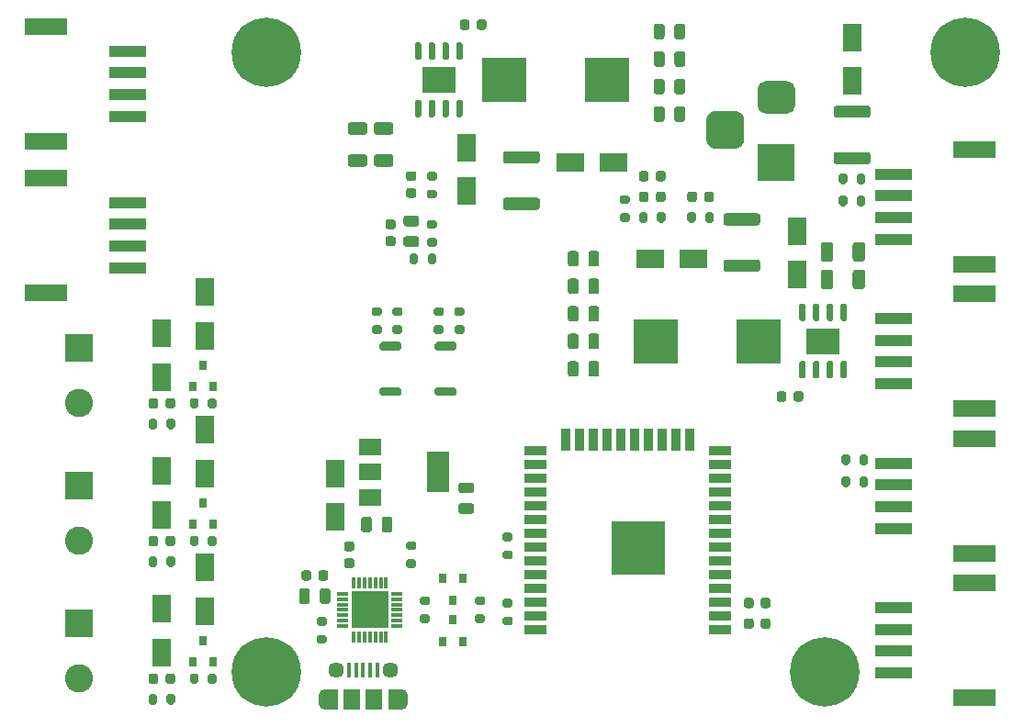
<source format=gbr>
%TF.GenerationSoftware,KiCad,Pcbnew,5.1.10-88a1d61d58~88~ubuntu20.04.1*%
%TF.CreationDate,2021-07-12T21:51:17+02:00*%
%TF.ProjectId,Tang_v1-1,54616e67-5f76-4312-9d31-2e6b69636164,rev?*%
%TF.SameCoordinates,Original*%
%TF.FileFunction,Soldermask,Top*%
%TF.FilePolarity,Negative*%
%FSLAX46Y46*%
G04 Gerber Fmt 4.6, Leading zero omitted, Abs format (unit mm)*
G04 Created by KiCad (PCBNEW 5.1.10-88a1d61d58~88~ubuntu20.04.1) date 2021-07-12 21:51:17*
%MOMM*%
%LPD*%
G01*
G04 APERTURE LIST*
%ADD10R,1.800000X2.500000*%
%ADD11R,2.500000X1.800000*%
%ADD12C,6.400000*%
%ADD13C,0.800000*%
%ADD14R,3.500000X3.500000*%
%ADD15R,1.500000X1.900000*%
%ADD16C,1.450000*%
%ADD17R,0.400000X1.350000*%
%ADD18O,1.200000X1.900000*%
%ADD19R,1.200000X1.900000*%
%ADD20R,4.000000X1.500000*%
%ADD21R,3.400000X1.000000*%
%ADD22R,2.600000X2.600000*%
%ADD23C,2.600000*%
%ADD24R,4.100000X4.100000*%
%ADD25R,0.800000X0.900000*%
%ADD26R,3.100000X2.410000*%
%ADD27R,2.000000X0.900000*%
%ADD28R,0.900000X2.000000*%
%ADD29R,5.000000X5.000000*%
%ADD30R,2.000000X3.800000*%
%ADD31R,2.000000X1.500000*%
%ADD32R,1.000000X0.300000*%
%ADD33R,0.300000X1.000000*%
%ADD34R,3.400000X3.400000*%
G04 APERTURE END LIST*
%TO.C,C6*%
G36*
G01*
X161600000Y-101350000D02*
X161600000Y-101850000D01*
G75*
G02*
X161375000Y-102075000I-225000J0D01*
G01*
X160925000Y-102075000D01*
G75*
G02*
X160700000Y-101850000I0J225000D01*
G01*
X160700000Y-101350000D01*
G75*
G02*
X160925000Y-101125000I225000J0D01*
G01*
X161375000Y-101125000D01*
G75*
G02*
X161600000Y-101350000I0J-225000D01*
G01*
G37*
G36*
G01*
X163150000Y-101350000D02*
X163150000Y-101850000D01*
G75*
G02*
X162925000Y-102075000I-225000J0D01*
G01*
X162475000Y-102075000D01*
G75*
G02*
X162250000Y-101850000I0J225000D01*
G01*
X162250000Y-101350000D01*
G75*
G02*
X162475000Y-101125000I225000J0D01*
G01*
X162925000Y-101125000D01*
G75*
G02*
X163150000Y-101350000I0J-225000D01*
G01*
G37*
%TD*%
%TO.C,C7*%
G36*
G01*
X191460000Y-136140000D02*
X191460000Y-135640000D01*
G75*
G02*
X191685000Y-135415000I225000J0D01*
G01*
X192135000Y-135415000D01*
G75*
G02*
X192360000Y-135640000I0J-225000D01*
G01*
X192360000Y-136140000D01*
G75*
G02*
X192135000Y-136365000I-225000J0D01*
G01*
X191685000Y-136365000D01*
G75*
G02*
X191460000Y-136140000I0J225000D01*
G01*
G37*
G36*
G01*
X189910000Y-136140000D02*
X189910000Y-135640000D01*
G75*
G02*
X190135000Y-135415000I225000J0D01*
G01*
X190585000Y-135415000D01*
G75*
G02*
X190810000Y-135640000I0J-225000D01*
G01*
X190810000Y-136140000D01*
G75*
G02*
X190585000Y-136365000I-225000J0D01*
G01*
X190135000Y-136365000D01*
G75*
G02*
X189910000Y-136140000I0J225000D01*
G01*
G37*
%TD*%
%TO.C,C8*%
G36*
G01*
X156460000Y-117570000D02*
X155960000Y-117570000D01*
G75*
G02*
X155735000Y-117345000I0J225000D01*
G01*
X155735000Y-116895000D01*
G75*
G02*
X155960000Y-116670000I225000J0D01*
G01*
X156460000Y-116670000D01*
G75*
G02*
X156685000Y-116895000I0J-225000D01*
G01*
X156685000Y-117345000D01*
G75*
G02*
X156460000Y-117570000I-225000J0D01*
G01*
G37*
G36*
G01*
X156460000Y-116020000D02*
X155960000Y-116020000D01*
G75*
G02*
X155735000Y-115795000I0J225000D01*
G01*
X155735000Y-115345000D01*
G75*
G02*
X155960000Y-115120000I225000J0D01*
G01*
X156460000Y-115120000D01*
G75*
G02*
X156685000Y-115345000I0J-225000D01*
G01*
X156685000Y-115795000D01*
G75*
G02*
X156460000Y-116020000I-225000J0D01*
G01*
G37*
%TD*%
%TO.C,C9*%
G36*
G01*
X183205000Y-117725000D02*
X183205000Y-117225000D01*
G75*
G02*
X183430000Y-117000000I225000J0D01*
G01*
X183880000Y-117000000D01*
G75*
G02*
X184105000Y-117225000I0J-225000D01*
G01*
X184105000Y-117725000D01*
G75*
G02*
X183880000Y-117950000I-225000J0D01*
G01*
X183430000Y-117950000D01*
G75*
G02*
X183205000Y-117725000I0J225000D01*
G01*
G37*
G36*
G01*
X181655000Y-117725000D02*
X181655000Y-117225000D01*
G75*
G02*
X181880000Y-117000000I225000J0D01*
G01*
X182330000Y-117000000D01*
G75*
G02*
X182555000Y-117225000I0J-225000D01*
G01*
X182555000Y-117725000D01*
G75*
G02*
X182330000Y-117950000I-225000J0D01*
G01*
X181880000Y-117950000D01*
G75*
G02*
X181655000Y-117725000I0J225000D01*
G01*
G37*
%TD*%
%TO.C,C10*%
G36*
G01*
X179570000Y-101760000D02*
X179570000Y-102710000D01*
G75*
G02*
X179320000Y-102960000I-250000J0D01*
G01*
X178820000Y-102960000D01*
G75*
G02*
X178570000Y-102710000I0J250000D01*
G01*
X178570000Y-101760000D01*
G75*
G02*
X178820000Y-101510000I250000J0D01*
G01*
X179320000Y-101510000D01*
G75*
G02*
X179570000Y-101760000I0J-250000D01*
G01*
G37*
G36*
G01*
X181470000Y-101760000D02*
X181470000Y-102710000D01*
G75*
G02*
X181220000Y-102960000I-250000J0D01*
G01*
X180720000Y-102960000D01*
G75*
G02*
X180470000Y-102710000I0J250000D01*
G01*
X180470000Y-101760000D01*
G75*
G02*
X180720000Y-101510000I250000J0D01*
G01*
X181220000Y-101510000D01*
G75*
G02*
X181470000Y-101760000I0J-250000D01*
G01*
G37*
%TD*%
%TO.C,C11*%
G36*
G01*
X172535000Y-123665000D02*
X172535000Y-122715000D01*
G75*
G02*
X172785000Y-122465000I250000J0D01*
G01*
X173285000Y-122465000D01*
G75*
G02*
X173535000Y-122715000I0J-250000D01*
G01*
X173535000Y-123665000D01*
G75*
G02*
X173285000Y-123915000I-250000J0D01*
G01*
X172785000Y-123915000D01*
G75*
G02*
X172535000Y-123665000I0J250000D01*
G01*
G37*
G36*
G01*
X170635000Y-123665000D02*
X170635000Y-122715000D01*
G75*
G02*
X170885000Y-122465000I250000J0D01*
G01*
X171385000Y-122465000D01*
G75*
G02*
X171635000Y-122715000I0J-250000D01*
G01*
X171635000Y-123665000D01*
G75*
G02*
X171385000Y-123915000I-250000J0D01*
G01*
X170885000Y-123915000D01*
G75*
G02*
X170635000Y-123665000I0J250000D01*
G01*
G37*
%TD*%
%TO.C,C13*%
G36*
G01*
X177210000Y-117725000D02*
X177210000Y-117225000D01*
G75*
G02*
X177435000Y-117000000I225000J0D01*
G01*
X177885000Y-117000000D01*
G75*
G02*
X178110000Y-117225000I0J-225000D01*
G01*
X178110000Y-117725000D01*
G75*
G02*
X177885000Y-117950000I-225000J0D01*
G01*
X177435000Y-117950000D01*
G75*
G02*
X177210000Y-117725000I0J225000D01*
G01*
G37*
G36*
G01*
X178760000Y-117725000D02*
X178760000Y-117225000D01*
G75*
G02*
X178985000Y-117000000I225000J0D01*
G01*
X179435000Y-117000000D01*
G75*
G02*
X179660000Y-117225000I0J-225000D01*
G01*
X179660000Y-117725000D01*
G75*
G02*
X179435000Y-117950000I-225000J0D01*
G01*
X178985000Y-117950000D01*
G75*
G02*
X178760000Y-117725000I0J225000D01*
G01*
G37*
%TD*%
%TO.C,C14*%
G36*
G01*
X181475000Y-104300000D02*
X181475000Y-105250000D01*
G75*
G02*
X181225000Y-105500000I-250000J0D01*
G01*
X180725000Y-105500000D01*
G75*
G02*
X180475000Y-105250000I0J250000D01*
G01*
X180475000Y-104300000D01*
G75*
G02*
X180725000Y-104050000I250000J0D01*
G01*
X181225000Y-104050000D01*
G75*
G02*
X181475000Y-104300000I0J-250000D01*
G01*
G37*
G36*
G01*
X179575000Y-104300000D02*
X179575000Y-105250000D01*
G75*
G02*
X179325000Y-105500000I-250000J0D01*
G01*
X178825000Y-105500000D01*
G75*
G02*
X178575000Y-105250000I0J250000D01*
G01*
X178575000Y-104300000D01*
G75*
G02*
X178825000Y-104050000I250000J0D01*
G01*
X179325000Y-104050000D01*
G75*
G02*
X179575000Y-104300000I0J-250000D01*
G01*
G37*
%TD*%
%TO.C,C15*%
G36*
G01*
X170635000Y-133825000D02*
X170635000Y-132875000D01*
G75*
G02*
X170885000Y-132625000I250000J0D01*
G01*
X171385000Y-132625000D01*
G75*
G02*
X171635000Y-132875000I0J-250000D01*
G01*
X171635000Y-133825000D01*
G75*
G02*
X171385000Y-134075000I-250000J0D01*
G01*
X170885000Y-134075000D01*
G75*
G02*
X170635000Y-133825000I0J250000D01*
G01*
G37*
G36*
G01*
X172535000Y-133825000D02*
X172535000Y-132875000D01*
G75*
G02*
X172785000Y-132625000I250000J0D01*
G01*
X173285000Y-132625000D01*
G75*
G02*
X173535000Y-132875000I0J-250000D01*
G01*
X173535000Y-133825000D01*
G75*
G02*
X173285000Y-134075000I-250000J0D01*
G01*
X172785000Y-134075000D01*
G75*
G02*
X172535000Y-133825000I0J250000D01*
G01*
G37*
%TD*%
%TO.C,C16*%
G36*
G01*
X154555000Y-120465000D02*
X154055000Y-120465000D01*
G75*
G02*
X153830000Y-120240000I0J225000D01*
G01*
X153830000Y-119790000D01*
G75*
G02*
X154055000Y-119565000I225000J0D01*
G01*
X154555000Y-119565000D01*
G75*
G02*
X154780000Y-119790000I0J-225000D01*
G01*
X154780000Y-120240000D01*
G75*
G02*
X154555000Y-120465000I-225000J0D01*
G01*
G37*
G36*
G01*
X154555000Y-122015000D02*
X154055000Y-122015000D01*
G75*
G02*
X153830000Y-121790000I0J225000D01*
G01*
X153830000Y-121340000D01*
G75*
G02*
X154055000Y-121115000I225000J0D01*
G01*
X154555000Y-121115000D01*
G75*
G02*
X154780000Y-121340000I0J-225000D01*
G01*
X154780000Y-121790000D01*
G75*
G02*
X154555000Y-122015000I-225000J0D01*
G01*
G37*
%TD*%
%TO.C,C17*%
G36*
G01*
X178760000Y-115820000D02*
X178760000Y-115320000D01*
G75*
G02*
X178985000Y-115095000I225000J0D01*
G01*
X179435000Y-115095000D01*
G75*
G02*
X179660000Y-115320000I0J-225000D01*
G01*
X179660000Y-115820000D01*
G75*
G02*
X179435000Y-116045000I-225000J0D01*
G01*
X178985000Y-116045000D01*
G75*
G02*
X178760000Y-115820000I0J225000D01*
G01*
G37*
G36*
G01*
X177210000Y-115820000D02*
X177210000Y-115320000D01*
G75*
G02*
X177435000Y-115095000I225000J0D01*
G01*
X177885000Y-115095000D01*
G75*
G02*
X178110000Y-115320000I0J-225000D01*
G01*
X178110000Y-115820000D01*
G75*
G02*
X177885000Y-116045000I-225000J0D01*
G01*
X177435000Y-116045000D01*
G75*
G02*
X177210000Y-115820000I0J225000D01*
G01*
G37*
%TD*%
%TO.C,C18*%
G36*
G01*
X179570000Y-106840000D02*
X179570000Y-107790000D01*
G75*
G02*
X179320000Y-108040000I-250000J0D01*
G01*
X178820000Y-108040000D01*
G75*
G02*
X178570000Y-107790000I0J250000D01*
G01*
X178570000Y-106840000D01*
G75*
G02*
X178820000Y-106590000I250000J0D01*
G01*
X179320000Y-106590000D01*
G75*
G02*
X179570000Y-106840000I0J-250000D01*
G01*
G37*
G36*
G01*
X181470000Y-106840000D02*
X181470000Y-107790000D01*
G75*
G02*
X181220000Y-108040000I-250000J0D01*
G01*
X180720000Y-108040000D01*
G75*
G02*
X180470000Y-107790000I0J250000D01*
G01*
X180470000Y-106840000D01*
G75*
G02*
X180720000Y-106590000I250000J0D01*
G01*
X181220000Y-106590000D01*
G75*
G02*
X181470000Y-106840000I0J-250000D01*
G01*
G37*
%TD*%
%TO.C,C19*%
G36*
G01*
X172535000Y-128745000D02*
X172535000Y-127795000D01*
G75*
G02*
X172785000Y-127545000I250000J0D01*
G01*
X173285000Y-127545000D01*
G75*
G02*
X173535000Y-127795000I0J-250000D01*
G01*
X173535000Y-128745000D01*
G75*
G02*
X173285000Y-128995000I-250000J0D01*
G01*
X172785000Y-128995000D01*
G75*
G02*
X172535000Y-128745000I0J250000D01*
G01*
G37*
G36*
G01*
X170635000Y-128745000D02*
X170635000Y-127795000D01*
G75*
G02*
X170885000Y-127545000I250000J0D01*
G01*
X171385000Y-127545000D01*
G75*
G02*
X171635000Y-127795000I0J-250000D01*
G01*
X171635000Y-128745000D01*
G75*
G02*
X171385000Y-128995000I-250000J0D01*
G01*
X170885000Y-128995000D01*
G75*
G02*
X170635000Y-128745000I0J250000D01*
G01*
G37*
%TD*%
%TO.C,C20*%
G36*
G01*
X181470000Y-109380000D02*
X181470000Y-110330000D01*
G75*
G02*
X181220000Y-110580000I-250000J0D01*
G01*
X180720000Y-110580000D01*
G75*
G02*
X180470000Y-110330000I0J250000D01*
G01*
X180470000Y-109380000D01*
G75*
G02*
X180720000Y-109130000I250000J0D01*
G01*
X181220000Y-109130000D01*
G75*
G02*
X181470000Y-109380000I0J-250000D01*
G01*
G37*
G36*
G01*
X179570000Y-109380000D02*
X179570000Y-110330000D01*
G75*
G02*
X179320000Y-110580000I-250000J0D01*
G01*
X178820000Y-110580000D01*
G75*
G02*
X178570000Y-110330000I0J250000D01*
G01*
X178570000Y-109380000D01*
G75*
G02*
X178820000Y-109130000I250000J0D01*
G01*
X179320000Y-109130000D01*
G75*
G02*
X179570000Y-109380000I0J-250000D01*
G01*
G37*
%TD*%
%TO.C,C21*%
G36*
G01*
X170635000Y-126205000D02*
X170635000Y-125255000D01*
G75*
G02*
X170885000Y-125005000I250000J0D01*
G01*
X171385000Y-125005000D01*
G75*
G02*
X171635000Y-125255000I0J-250000D01*
G01*
X171635000Y-126205000D01*
G75*
G02*
X171385000Y-126455000I-250000J0D01*
G01*
X170885000Y-126455000D01*
G75*
G02*
X170635000Y-126205000I0J250000D01*
G01*
G37*
G36*
G01*
X172535000Y-126205000D02*
X172535000Y-125255000D01*
G75*
G02*
X172785000Y-125005000I250000J0D01*
G01*
X173285000Y-125005000D01*
G75*
G02*
X173535000Y-125255000I0J-250000D01*
G01*
X173535000Y-126205000D01*
G75*
G02*
X173285000Y-126455000I-250000J0D01*
G01*
X172785000Y-126455000D01*
G75*
G02*
X172535000Y-126205000I0J250000D01*
G01*
G37*
%TD*%
%TO.C,C22*%
G36*
G01*
X170635000Y-131285000D02*
X170635000Y-130335000D01*
G75*
G02*
X170885000Y-130085000I250000J0D01*
G01*
X171385000Y-130085000D01*
G75*
G02*
X171635000Y-130335000I0J-250000D01*
G01*
X171635000Y-131285000D01*
G75*
G02*
X171385000Y-131535000I-250000J0D01*
G01*
X170885000Y-131535000D01*
G75*
G02*
X170635000Y-131285000I0J250000D01*
G01*
G37*
G36*
G01*
X172535000Y-131285000D02*
X172535000Y-130335000D01*
G75*
G02*
X172785000Y-130085000I250000J0D01*
G01*
X173285000Y-130085000D01*
G75*
G02*
X173535000Y-130335000I0J-250000D01*
G01*
X173535000Y-131285000D01*
G75*
G02*
X173285000Y-131535000I-250000J0D01*
G01*
X172785000Y-131535000D01*
G75*
G02*
X172535000Y-131285000I0J250000D01*
G01*
G37*
%TD*%
%TO.C,C24*%
G36*
G01*
X188425000Y-155190000D02*
X188425000Y-154690000D01*
G75*
G02*
X188650000Y-154465000I225000J0D01*
G01*
X189100000Y-154465000D01*
G75*
G02*
X189325000Y-154690000I0J-225000D01*
G01*
X189325000Y-155190000D01*
G75*
G02*
X189100000Y-155415000I-225000J0D01*
G01*
X188650000Y-155415000D01*
G75*
G02*
X188425000Y-155190000I0J225000D01*
G01*
G37*
G36*
G01*
X186875000Y-155190000D02*
X186875000Y-154690000D01*
G75*
G02*
X187100000Y-154465000I225000J0D01*
G01*
X187550000Y-154465000D01*
G75*
G02*
X187775000Y-154690000I0J-225000D01*
G01*
X187775000Y-155190000D01*
G75*
G02*
X187550000Y-155415000I-225000J0D01*
G01*
X187100000Y-155415000D01*
G75*
G02*
X186875000Y-155190000I0J225000D01*
G01*
G37*
%TD*%
%TO.C,C25*%
G36*
G01*
X146995000Y-152150000D02*
X146995000Y-152650000D01*
G75*
G02*
X146770000Y-152875000I-225000J0D01*
G01*
X146320000Y-152875000D01*
G75*
G02*
X146095000Y-152650000I0J225000D01*
G01*
X146095000Y-152150000D01*
G75*
G02*
X146320000Y-151925000I225000J0D01*
G01*
X146770000Y-151925000D01*
G75*
G02*
X146995000Y-152150000I0J-225000D01*
G01*
G37*
G36*
G01*
X148545000Y-152150000D02*
X148545000Y-152650000D01*
G75*
G02*
X148320000Y-152875000I-225000J0D01*
G01*
X147870000Y-152875000D01*
G75*
G02*
X147645000Y-152650000I0J225000D01*
G01*
X147645000Y-152150000D01*
G75*
G02*
X147870000Y-151925000I225000J0D01*
G01*
X148320000Y-151925000D01*
G75*
G02*
X148545000Y-152150000I0J-225000D01*
G01*
G37*
%TD*%
%TO.C,C27*%
G36*
G01*
X150245000Y-149270000D02*
X150745000Y-149270000D01*
G75*
G02*
X150970000Y-149495000I0J-225000D01*
G01*
X150970000Y-149945000D01*
G75*
G02*
X150745000Y-150170000I-225000J0D01*
G01*
X150245000Y-150170000D01*
G75*
G02*
X150020000Y-149945000I0J225000D01*
G01*
X150020000Y-149495000D01*
G75*
G02*
X150245000Y-149270000I225000J0D01*
G01*
G37*
G36*
G01*
X150245000Y-150820000D02*
X150745000Y-150820000D01*
G75*
G02*
X150970000Y-151045000I0J-225000D01*
G01*
X150970000Y-151495000D01*
G75*
G02*
X150745000Y-151720000I-225000J0D01*
G01*
X150245000Y-151720000D01*
G75*
G02*
X150020000Y-151495000I0J225000D01*
G01*
X150020000Y-151045000D01*
G75*
G02*
X150245000Y-150820000I225000J0D01*
G01*
G37*
%TD*%
D10*
%TO.C,D1*%
X196850000Y-102775000D03*
X196850000Y-106775000D03*
%TD*%
%TO.C,D2*%
X161290000Y-112935000D03*
X161290000Y-116935000D03*
%TD*%
%TO.C,D3*%
X191770000Y-120650000D03*
X191770000Y-124650000D03*
%TD*%
D11*
%TO.C,D4*%
X174879000Y-114300000D03*
X170879000Y-114300000D03*
%TD*%
%TO.C,D5*%
X182245000Y-123190000D03*
X178245000Y-123190000D03*
%TD*%
D10*
%TO.C,D6*%
X149225000Y-142970000D03*
X149225000Y-146970000D03*
%TD*%
%TO.C,D7*%
X137160000Y-138970000D03*
X137160000Y-142970000D03*
%TD*%
%TO.C,D8*%
X137160000Y-151670000D03*
X137160000Y-155670000D03*
%TD*%
%TO.C,D9*%
X137160000Y-130270000D03*
X137160000Y-126270000D03*
%TD*%
%TO.C,D10*%
G36*
G01*
X131998000Y-149481250D02*
X131998000Y-148968750D01*
G75*
G02*
X132216750Y-148750000I218750J0D01*
G01*
X132654250Y-148750000D01*
G75*
G02*
X132873000Y-148968750I0J-218750D01*
G01*
X132873000Y-149481250D01*
G75*
G02*
X132654250Y-149700000I-218750J0D01*
G01*
X132216750Y-149700000D01*
G75*
G02*
X131998000Y-149481250I0J218750D01*
G01*
G37*
G36*
G01*
X133573000Y-149481250D02*
X133573000Y-148968750D01*
G75*
G02*
X133791750Y-148750000I218750J0D01*
G01*
X134229250Y-148750000D01*
G75*
G02*
X134448000Y-148968750I0J-218750D01*
G01*
X134448000Y-149481250D01*
G75*
G02*
X134229250Y-149700000I-218750J0D01*
G01*
X133791750Y-149700000D01*
G75*
G02*
X133573000Y-149481250I0J218750D01*
G01*
G37*
%TD*%
%TO.C,D11*%
G36*
G01*
X133573000Y-162181250D02*
X133573000Y-161668750D01*
G75*
G02*
X133791750Y-161450000I218750J0D01*
G01*
X134229250Y-161450000D01*
G75*
G02*
X134448000Y-161668750I0J-218750D01*
G01*
X134448000Y-162181250D01*
G75*
G02*
X134229250Y-162400000I-218750J0D01*
G01*
X133791750Y-162400000D01*
G75*
G02*
X133573000Y-162181250I0J218750D01*
G01*
G37*
G36*
G01*
X131998000Y-162181250D02*
X131998000Y-161668750D01*
G75*
G02*
X132216750Y-161450000I218750J0D01*
G01*
X132654250Y-161450000D01*
G75*
G02*
X132873000Y-161668750I0J-218750D01*
G01*
X132873000Y-162181250D01*
G75*
G02*
X132654250Y-162400000I-218750J0D01*
G01*
X132216750Y-162400000D01*
G75*
G02*
X131998000Y-162181250I0J218750D01*
G01*
G37*
%TD*%
%TO.C,D12*%
G36*
G01*
X131998000Y-136781250D02*
X131998000Y-136268750D01*
G75*
G02*
X132216750Y-136050000I218750J0D01*
G01*
X132654250Y-136050000D01*
G75*
G02*
X132873000Y-136268750I0J-218750D01*
G01*
X132873000Y-136781250D01*
G75*
G02*
X132654250Y-137000000I-218750J0D01*
G01*
X132216750Y-137000000D01*
G75*
G02*
X131998000Y-136781250I0J218750D01*
G01*
G37*
G36*
G01*
X133573000Y-136781250D02*
X133573000Y-136268750D01*
G75*
G02*
X133791750Y-136050000I218750J0D01*
G01*
X134229250Y-136050000D01*
G75*
G02*
X134448000Y-136268750I0J-218750D01*
G01*
X134448000Y-136781250D01*
G75*
G02*
X134229250Y-137000000I-218750J0D01*
G01*
X133791750Y-137000000D01*
G75*
G02*
X133573000Y-136781250I0J218750D01*
G01*
G37*
%TD*%
%TO.C,D13*%
X133223000Y-142780000D03*
X133223000Y-146780000D03*
%TD*%
%TO.C,D14*%
X133223000Y-159480000D03*
X133223000Y-155480000D03*
%TD*%
%TO.C,D15*%
X133223000Y-134080000D03*
X133223000Y-130080000D03*
%TD*%
%TO.C,F1*%
G36*
G01*
X195399999Y-109060000D02*
X198300001Y-109060000D01*
G75*
G02*
X198550000Y-109309999I0J-249999D01*
G01*
X198550000Y-109935001D01*
G75*
G02*
X198300001Y-110185000I-249999J0D01*
G01*
X195399999Y-110185000D01*
G75*
G02*
X195150000Y-109935001I0J249999D01*
G01*
X195150000Y-109309999D01*
G75*
G02*
X195399999Y-109060000I249999J0D01*
G01*
G37*
G36*
G01*
X195399999Y-113335000D02*
X198300001Y-113335000D01*
G75*
G02*
X198550000Y-113584999I0J-249999D01*
G01*
X198550000Y-114210001D01*
G75*
G02*
X198300001Y-114460000I-249999J0D01*
G01*
X195399999Y-114460000D01*
G75*
G02*
X195150000Y-114210001I0J249999D01*
G01*
X195150000Y-113584999D01*
G75*
G02*
X195399999Y-113335000I249999J0D01*
G01*
G37*
%TD*%
%TO.C,F2*%
G36*
G01*
X167820001Y-118672500D02*
X164919999Y-118672500D01*
G75*
G02*
X164670000Y-118422501I0J249999D01*
G01*
X164670000Y-117797499D01*
G75*
G02*
X164919999Y-117547500I249999J0D01*
G01*
X167820001Y-117547500D01*
G75*
G02*
X168070000Y-117797499I0J-249999D01*
G01*
X168070000Y-118422501D01*
G75*
G02*
X167820001Y-118672500I-249999J0D01*
G01*
G37*
G36*
G01*
X167820001Y-114397500D02*
X164919999Y-114397500D01*
G75*
G02*
X164670000Y-114147501I0J249999D01*
G01*
X164670000Y-113522499D01*
G75*
G02*
X164919999Y-113272500I249999J0D01*
G01*
X167820001Y-113272500D01*
G75*
G02*
X168070000Y-113522499I0J-249999D01*
G01*
X168070000Y-114147501D01*
G75*
G02*
X167820001Y-114397500I-249999J0D01*
G01*
G37*
%TD*%
%TO.C,F3*%
G36*
G01*
X185239999Y-123262500D02*
X188140001Y-123262500D01*
G75*
G02*
X188390000Y-123512499I0J-249999D01*
G01*
X188390000Y-124137501D01*
G75*
G02*
X188140001Y-124387500I-249999J0D01*
G01*
X185239999Y-124387500D01*
G75*
G02*
X184990000Y-124137501I0J249999D01*
G01*
X184990000Y-123512499D01*
G75*
G02*
X185239999Y-123262500I249999J0D01*
G01*
G37*
G36*
G01*
X185239999Y-118987500D02*
X188140001Y-118987500D01*
G75*
G02*
X188390000Y-119237499I0J-249999D01*
G01*
X188390000Y-119862501D01*
G75*
G02*
X188140001Y-120112500I-249999J0D01*
G01*
X185239999Y-120112500D01*
G75*
G02*
X184990000Y-119862501I0J249999D01*
G01*
X184990000Y-119237499D01*
G75*
G02*
X185239999Y-118987500I249999J0D01*
G01*
G37*
%TD*%
D12*
%TO.C,H1*%
X142875000Y-104140000D03*
D13*
X145275000Y-104140000D03*
X144572056Y-105837056D03*
X142875000Y-106540000D03*
X141177944Y-105837056D03*
X140475000Y-104140000D03*
X141177944Y-102442944D03*
X142875000Y-101740000D03*
X144572056Y-102442944D03*
%TD*%
%TO.C,H2*%
X208961056Y-102442944D03*
X207264000Y-101740000D03*
X205566944Y-102442944D03*
X204864000Y-104140000D03*
X205566944Y-105837056D03*
X207264000Y-106540000D03*
X208961056Y-105837056D03*
X209664000Y-104140000D03*
D12*
X207264000Y-104140000D03*
%TD*%
%TO.C,H3*%
X142875000Y-161290000D03*
D13*
X145275000Y-161290000D03*
X144572056Y-162987056D03*
X142875000Y-163690000D03*
X141177944Y-162987056D03*
X140475000Y-161290000D03*
X141177944Y-159592944D03*
X142875000Y-158890000D03*
X144572056Y-159592944D03*
%TD*%
%TO.C,H4*%
X196007056Y-159592944D03*
X194310000Y-158890000D03*
X192612944Y-159592944D03*
X191910000Y-161290000D03*
X192612944Y-162987056D03*
X194310000Y-163690000D03*
X196007056Y-162987056D03*
X196710000Y-161290000D03*
D12*
X194310000Y-161290000D03*
%TD*%
D14*
%TO.C,J1*%
X189865000Y-114300000D03*
G36*
G01*
X188865000Y-106800000D02*
X190865000Y-106800000D01*
G75*
G02*
X191615000Y-107550000I0J-750000D01*
G01*
X191615000Y-109050000D01*
G75*
G02*
X190865000Y-109800000I-750000J0D01*
G01*
X188865000Y-109800000D01*
G75*
G02*
X188115000Y-109050000I0J750000D01*
G01*
X188115000Y-107550000D01*
G75*
G02*
X188865000Y-106800000I750000J0D01*
G01*
G37*
G36*
G01*
X184290000Y-109550000D02*
X186040000Y-109550000D01*
G75*
G02*
X186915000Y-110425000I0J-875000D01*
G01*
X186915000Y-112175000D01*
G75*
G02*
X186040000Y-113050000I-875000J0D01*
G01*
X184290000Y-113050000D01*
G75*
G02*
X183415000Y-112175000I0J875000D01*
G01*
X183415000Y-110425000D01*
G75*
G02*
X184290000Y-109550000I875000J0D01*
G01*
G37*
%TD*%
D15*
%TO.C,J2*%
X152765000Y-163830000D03*
D16*
X149265000Y-161130000D03*
D17*
X151115000Y-161130000D03*
X150465000Y-161130000D03*
X153065000Y-161130000D03*
X152415000Y-161130000D03*
X151765000Y-161130000D03*
D16*
X154265000Y-161130000D03*
D15*
X150765000Y-163830000D03*
D18*
X148265000Y-163830000D03*
X155265000Y-163830000D03*
D19*
X154665000Y-163830000D03*
X148865000Y-163830000D03*
%TD*%
D20*
%TO.C,J3*%
X208160000Y-113080000D03*
X208160000Y-123680000D03*
D21*
X200660000Y-115380000D03*
X200660000Y-117380000D03*
X200660000Y-119380000D03*
X200660000Y-121380000D03*
%TD*%
D20*
%TO.C,J4*%
X208160000Y-126415000D03*
X208160000Y-137015000D03*
D21*
X200660000Y-128715000D03*
X200660000Y-130715000D03*
X200660000Y-132715000D03*
X200660000Y-134715000D03*
%TD*%
D20*
%TO.C,J5*%
X122548000Y-112345000D03*
X122548000Y-101745000D03*
D21*
X130048000Y-110045000D03*
X130048000Y-108045000D03*
X130048000Y-106045000D03*
X130048000Y-104045000D03*
%TD*%
D22*
%TO.C,J6*%
X125603000Y-144145000D03*
D23*
X125603000Y-149225000D03*
%TD*%
D21*
%TO.C,J7*%
X130048000Y-118015000D03*
X130048000Y-120015000D03*
X130048000Y-122015000D03*
X130048000Y-124015000D03*
D20*
X122548000Y-115715000D03*
X122548000Y-126315000D03*
%TD*%
D21*
%TO.C,J8*%
X200660000Y-148050000D03*
X200660000Y-146050000D03*
X200660000Y-144050000D03*
X200660000Y-142050000D03*
D20*
X208160000Y-150350000D03*
X208160000Y-139750000D03*
%TD*%
D21*
%TO.C,J9*%
X200660000Y-161385000D03*
X200660000Y-159385000D03*
X200660000Y-157385000D03*
X200660000Y-155385000D03*
D20*
X208160000Y-163685000D03*
X208160000Y-153085000D03*
%TD*%
D23*
%TO.C,J10*%
X125603000Y-161925000D03*
D22*
X125603000Y-156845000D03*
%TD*%
%TO.C,J11*%
X125603000Y-131445000D03*
D23*
X125603000Y-136525000D03*
%TD*%
D24*
%TO.C,L1*%
X174295000Y-106680000D03*
X164795000Y-106680000D03*
%TD*%
%TO.C,L2*%
X188265000Y-130810000D03*
X178765000Y-130810000D03*
%TD*%
D25*
%TO.C,Q3*%
X136083000Y-147685000D03*
X137983000Y-147685000D03*
X137033000Y-145685000D03*
%TD*%
%TO.C,Q4*%
X137033000Y-158385000D03*
X137983000Y-160385000D03*
X136083000Y-160385000D03*
%TD*%
%TO.C,Q5*%
X136083000Y-134985000D03*
X137983000Y-134985000D03*
X137033000Y-132985000D03*
%TD*%
%TO.C,R1*%
G36*
G01*
X157840000Y-116820000D02*
X158390000Y-116820000D01*
G75*
G02*
X158590000Y-117020000I0J-200000D01*
G01*
X158590000Y-117420000D01*
G75*
G02*
X158390000Y-117620000I-200000J0D01*
G01*
X157840000Y-117620000D01*
G75*
G02*
X157640000Y-117420000I0J200000D01*
G01*
X157640000Y-117020000D01*
G75*
G02*
X157840000Y-116820000I200000J0D01*
G01*
G37*
G36*
G01*
X157840000Y-115170000D02*
X158390000Y-115170000D01*
G75*
G02*
X158590000Y-115370000I0J-200000D01*
G01*
X158590000Y-115770000D01*
G75*
G02*
X158390000Y-115970000I-200000J0D01*
G01*
X157840000Y-115970000D01*
G75*
G02*
X157640000Y-115770000I0J200000D01*
G01*
X157640000Y-115370000D01*
G75*
G02*
X157840000Y-115170000I200000J0D01*
G01*
G37*
%TD*%
%TO.C,R2*%
G36*
G01*
X157840000Y-119615000D02*
X158390000Y-119615000D01*
G75*
G02*
X158590000Y-119815000I0J-200000D01*
G01*
X158590000Y-120215000D01*
G75*
G02*
X158390000Y-120415000I-200000J0D01*
G01*
X157840000Y-120415000D01*
G75*
G02*
X157640000Y-120215000I0J200000D01*
G01*
X157640000Y-119815000D01*
G75*
G02*
X157840000Y-119615000I200000J0D01*
G01*
G37*
G36*
G01*
X157840000Y-121265000D02*
X158390000Y-121265000D01*
G75*
G02*
X158590000Y-121465000I0J-200000D01*
G01*
X158590000Y-121865000D01*
G75*
G02*
X158390000Y-122065000I-200000J0D01*
G01*
X157840000Y-122065000D01*
G75*
G02*
X157640000Y-121865000I0J200000D01*
G01*
X157640000Y-121465000D01*
G75*
G02*
X157840000Y-121265000I200000J0D01*
G01*
G37*
%TD*%
%TO.C,R3*%
G36*
G01*
X182455000Y-119105000D02*
X182455000Y-119655000D01*
G75*
G02*
X182255000Y-119855000I-200000J0D01*
G01*
X181855000Y-119855000D01*
G75*
G02*
X181655000Y-119655000I0J200000D01*
G01*
X181655000Y-119105000D01*
G75*
G02*
X181855000Y-118905000I200000J0D01*
G01*
X182255000Y-118905000D01*
G75*
G02*
X182455000Y-119105000I0J-200000D01*
G01*
G37*
G36*
G01*
X184105000Y-119105000D02*
X184105000Y-119655000D01*
G75*
G02*
X183905000Y-119855000I-200000J0D01*
G01*
X183505000Y-119855000D01*
G75*
G02*
X183305000Y-119655000I0J200000D01*
G01*
X183305000Y-119105000D01*
G75*
G02*
X183505000Y-118905000I200000J0D01*
G01*
X183905000Y-118905000D01*
G75*
G02*
X184105000Y-119105000I0J-200000D01*
G01*
G37*
%TD*%
%TO.C,R4*%
G36*
G01*
X179660000Y-119105000D02*
X179660000Y-119655000D01*
G75*
G02*
X179460000Y-119855000I-200000J0D01*
G01*
X179060000Y-119855000D01*
G75*
G02*
X178860000Y-119655000I0J200000D01*
G01*
X178860000Y-119105000D01*
G75*
G02*
X179060000Y-118905000I200000J0D01*
G01*
X179460000Y-118905000D01*
G75*
G02*
X179660000Y-119105000I0J-200000D01*
G01*
G37*
G36*
G01*
X178010000Y-119105000D02*
X178010000Y-119655000D01*
G75*
G02*
X177810000Y-119855000I-200000J0D01*
G01*
X177410000Y-119855000D01*
G75*
G02*
X177210000Y-119655000I0J200000D01*
G01*
X177210000Y-119105000D01*
G75*
G02*
X177410000Y-118905000I200000J0D01*
G01*
X177810000Y-118905000D01*
G75*
G02*
X178010000Y-119105000I0J-200000D01*
G01*
G37*
%TD*%
%TO.C,R5*%
G36*
G01*
X175620000Y-118980000D02*
X176170000Y-118980000D01*
G75*
G02*
X176370000Y-119180000I0J-200000D01*
G01*
X176370000Y-119580000D01*
G75*
G02*
X176170000Y-119780000I-200000J0D01*
G01*
X175620000Y-119780000D01*
G75*
G02*
X175420000Y-119580000I0J200000D01*
G01*
X175420000Y-119180000D01*
G75*
G02*
X175620000Y-118980000I200000J0D01*
G01*
G37*
G36*
G01*
X175620000Y-117330000D02*
X176170000Y-117330000D01*
G75*
G02*
X176370000Y-117530000I0J-200000D01*
G01*
X176370000Y-117930000D01*
G75*
G02*
X176170000Y-118130000I-200000J0D01*
G01*
X175620000Y-118130000D01*
G75*
G02*
X175420000Y-117930000I0J200000D01*
G01*
X175420000Y-117530000D01*
G75*
G02*
X175620000Y-117330000I200000J0D01*
G01*
G37*
%TD*%
%TO.C,R6*%
G36*
G01*
X153310000Y-130130000D02*
X152760000Y-130130000D01*
G75*
G02*
X152560000Y-129930000I0J200000D01*
G01*
X152560000Y-129530000D01*
G75*
G02*
X152760000Y-129330000I200000J0D01*
G01*
X153310000Y-129330000D01*
G75*
G02*
X153510000Y-129530000I0J-200000D01*
G01*
X153510000Y-129930000D01*
G75*
G02*
X153310000Y-130130000I-200000J0D01*
G01*
G37*
G36*
G01*
X153310000Y-128480000D02*
X152760000Y-128480000D01*
G75*
G02*
X152560000Y-128280000I0J200000D01*
G01*
X152560000Y-127880000D01*
G75*
G02*
X152760000Y-127680000I200000J0D01*
G01*
X153310000Y-127680000D01*
G75*
G02*
X153510000Y-127880000I0J-200000D01*
G01*
X153510000Y-128280000D01*
G75*
G02*
X153310000Y-128480000I-200000J0D01*
G01*
G37*
%TD*%
%TO.C,R7*%
G36*
G01*
X159025000Y-130130000D02*
X158475000Y-130130000D01*
G75*
G02*
X158275000Y-129930000I0J200000D01*
G01*
X158275000Y-129530000D01*
G75*
G02*
X158475000Y-129330000I200000J0D01*
G01*
X159025000Y-129330000D01*
G75*
G02*
X159225000Y-129530000I0J-200000D01*
G01*
X159225000Y-129930000D01*
G75*
G02*
X159025000Y-130130000I-200000J0D01*
G01*
G37*
G36*
G01*
X159025000Y-128480000D02*
X158475000Y-128480000D01*
G75*
G02*
X158275000Y-128280000I0J200000D01*
G01*
X158275000Y-127880000D01*
G75*
G02*
X158475000Y-127680000I200000J0D01*
G01*
X159025000Y-127680000D01*
G75*
G02*
X159225000Y-127880000I0J-200000D01*
G01*
X159225000Y-128280000D01*
G75*
G02*
X159025000Y-128480000I-200000J0D01*
G01*
G37*
%TD*%
%TO.C,R8*%
G36*
G01*
X162835000Y-156800000D02*
X162285000Y-156800000D01*
G75*
G02*
X162085000Y-156600000I0J200000D01*
G01*
X162085000Y-156200000D01*
G75*
G02*
X162285000Y-156000000I200000J0D01*
G01*
X162835000Y-156000000D01*
G75*
G02*
X163035000Y-156200000I0J-200000D01*
G01*
X163035000Y-156600000D01*
G75*
G02*
X162835000Y-156800000I-200000J0D01*
G01*
G37*
G36*
G01*
X162835000Y-155150000D02*
X162285000Y-155150000D01*
G75*
G02*
X162085000Y-154950000I0J200000D01*
G01*
X162085000Y-154550000D01*
G75*
G02*
X162285000Y-154350000I200000J0D01*
G01*
X162835000Y-154350000D01*
G75*
G02*
X163035000Y-154550000I0J-200000D01*
G01*
X163035000Y-154950000D01*
G75*
G02*
X162835000Y-155150000I-200000J0D01*
G01*
G37*
%TD*%
%TO.C,R9*%
G36*
G01*
X157205000Y-156000000D02*
X157755000Y-156000000D01*
G75*
G02*
X157955000Y-156200000I0J-200000D01*
G01*
X157955000Y-156600000D01*
G75*
G02*
X157755000Y-156800000I-200000J0D01*
G01*
X157205000Y-156800000D01*
G75*
G02*
X157005000Y-156600000I0J200000D01*
G01*
X157005000Y-156200000D01*
G75*
G02*
X157205000Y-156000000I200000J0D01*
G01*
G37*
G36*
G01*
X157205000Y-154350000D02*
X157755000Y-154350000D01*
G75*
G02*
X157955000Y-154550000I0J-200000D01*
G01*
X157955000Y-154950000D01*
G75*
G02*
X157755000Y-155150000I-200000J0D01*
G01*
X157205000Y-155150000D01*
G75*
G02*
X157005000Y-154950000I0J200000D01*
G01*
X157005000Y-154550000D01*
G75*
G02*
X157205000Y-154350000I200000J0D01*
G01*
G37*
%TD*%
%TO.C,R10*%
G36*
G01*
X154665000Y-129330000D02*
X155215000Y-129330000D01*
G75*
G02*
X155415000Y-129530000I0J-200000D01*
G01*
X155415000Y-129930000D01*
G75*
G02*
X155215000Y-130130000I-200000J0D01*
G01*
X154665000Y-130130000D01*
G75*
G02*
X154465000Y-129930000I0J200000D01*
G01*
X154465000Y-129530000D01*
G75*
G02*
X154665000Y-129330000I200000J0D01*
G01*
G37*
G36*
G01*
X154665000Y-127680000D02*
X155215000Y-127680000D01*
G75*
G02*
X155415000Y-127880000I0J-200000D01*
G01*
X155415000Y-128280000D01*
G75*
G02*
X155215000Y-128480000I-200000J0D01*
G01*
X154665000Y-128480000D01*
G75*
G02*
X154465000Y-128280000I0J200000D01*
G01*
X154465000Y-127880000D01*
G75*
G02*
X154665000Y-127680000I200000J0D01*
G01*
G37*
%TD*%
%TO.C,R11*%
G36*
G01*
X160380000Y-129330000D02*
X160930000Y-129330000D01*
G75*
G02*
X161130000Y-129530000I0J-200000D01*
G01*
X161130000Y-129930000D01*
G75*
G02*
X160930000Y-130130000I-200000J0D01*
G01*
X160380000Y-130130000D01*
G75*
G02*
X160180000Y-129930000I0J200000D01*
G01*
X160180000Y-129530000D01*
G75*
G02*
X160380000Y-129330000I200000J0D01*
G01*
G37*
G36*
G01*
X160380000Y-127680000D02*
X160930000Y-127680000D01*
G75*
G02*
X161130000Y-127880000I0J-200000D01*
G01*
X161130000Y-128280000D01*
G75*
G02*
X160930000Y-128480000I-200000J0D01*
G01*
X160380000Y-128480000D01*
G75*
G02*
X160180000Y-128280000I0J200000D01*
G01*
X160180000Y-127880000D01*
G75*
G02*
X160380000Y-127680000I200000J0D01*
G01*
G37*
%TD*%
%TO.C,R12*%
G36*
G01*
X147680000Y-156255000D02*
X148230000Y-156255000D01*
G75*
G02*
X148430000Y-156455000I0J-200000D01*
G01*
X148430000Y-156855000D01*
G75*
G02*
X148230000Y-157055000I-200000J0D01*
G01*
X147680000Y-157055000D01*
G75*
G02*
X147480000Y-156855000I0J200000D01*
G01*
X147480000Y-156455000D01*
G75*
G02*
X147680000Y-156255000I200000J0D01*
G01*
G37*
G36*
G01*
X147680000Y-157905000D02*
X148230000Y-157905000D01*
G75*
G02*
X148430000Y-158105000I0J-200000D01*
G01*
X148430000Y-158505000D01*
G75*
G02*
X148230000Y-158705000I-200000J0D01*
G01*
X147680000Y-158705000D01*
G75*
G02*
X147480000Y-158505000I0J200000D01*
G01*
X147480000Y-158105000D01*
G75*
G02*
X147680000Y-157905000I200000J0D01*
G01*
G37*
%TD*%
%TO.C,R13*%
G36*
G01*
X156485000Y-150070000D02*
X155935000Y-150070000D01*
G75*
G02*
X155735000Y-149870000I0J200000D01*
G01*
X155735000Y-149470000D01*
G75*
G02*
X155935000Y-149270000I200000J0D01*
G01*
X156485000Y-149270000D01*
G75*
G02*
X156685000Y-149470000I0J-200000D01*
G01*
X156685000Y-149870000D01*
G75*
G02*
X156485000Y-150070000I-200000J0D01*
G01*
G37*
G36*
G01*
X156485000Y-151720000D02*
X155935000Y-151720000D01*
G75*
G02*
X155735000Y-151520000I0J200000D01*
G01*
X155735000Y-151120000D01*
G75*
G02*
X155935000Y-150920000I200000J0D01*
G01*
X156485000Y-150920000D01*
G75*
G02*
X156685000Y-151120000I0J-200000D01*
G01*
X156685000Y-151520000D01*
G75*
G02*
X156485000Y-151720000I-200000J0D01*
G01*
G37*
%TD*%
%TO.C,R14*%
G36*
G01*
X195625000Y-116099000D02*
X195625000Y-115549000D01*
G75*
G02*
X195825000Y-115349000I200000J0D01*
G01*
X196225000Y-115349000D01*
G75*
G02*
X196425000Y-115549000I0J-200000D01*
G01*
X196425000Y-116099000D01*
G75*
G02*
X196225000Y-116299000I-200000J0D01*
G01*
X195825000Y-116299000D01*
G75*
G02*
X195625000Y-116099000I0J200000D01*
G01*
G37*
G36*
G01*
X197275000Y-116099000D02*
X197275000Y-115549000D01*
G75*
G02*
X197475000Y-115349000I200000J0D01*
G01*
X197875000Y-115349000D01*
G75*
G02*
X198075000Y-115549000I0J-200000D01*
G01*
X198075000Y-116099000D01*
G75*
G02*
X197875000Y-116299000I-200000J0D01*
G01*
X197475000Y-116299000D01*
G75*
G02*
X197275000Y-116099000I0J200000D01*
G01*
G37*
%TD*%
%TO.C,R15*%
G36*
G01*
X197275000Y-118131000D02*
X197275000Y-117581000D01*
G75*
G02*
X197475000Y-117381000I200000J0D01*
G01*
X197875000Y-117381000D01*
G75*
G02*
X198075000Y-117581000I0J-200000D01*
G01*
X198075000Y-118131000D01*
G75*
G02*
X197875000Y-118331000I-200000J0D01*
G01*
X197475000Y-118331000D01*
G75*
G02*
X197275000Y-118131000I0J200000D01*
G01*
G37*
G36*
G01*
X195625000Y-118131000D02*
X195625000Y-117581000D01*
G75*
G02*
X195825000Y-117381000I200000J0D01*
G01*
X196225000Y-117381000D01*
G75*
G02*
X196425000Y-117581000I0J-200000D01*
G01*
X196425000Y-118131000D01*
G75*
G02*
X196225000Y-118331000I-200000J0D01*
G01*
X195825000Y-118331000D01*
G75*
G02*
X195625000Y-118131000I0J200000D01*
G01*
G37*
%TD*%
%TO.C,R16*%
G36*
G01*
X195879000Y-142007000D02*
X195879000Y-141457000D01*
G75*
G02*
X196079000Y-141257000I200000J0D01*
G01*
X196479000Y-141257000D01*
G75*
G02*
X196679000Y-141457000I0J-200000D01*
G01*
X196679000Y-142007000D01*
G75*
G02*
X196479000Y-142207000I-200000J0D01*
G01*
X196079000Y-142207000D01*
G75*
G02*
X195879000Y-142007000I0J200000D01*
G01*
G37*
G36*
G01*
X197529000Y-142007000D02*
X197529000Y-141457000D01*
G75*
G02*
X197729000Y-141257000I200000J0D01*
G01*
X198129000Y-141257000D01*
G75*
G02*
X198329000Y-141457000I0J-200000D01*
G01*
X198329000Y-142007000D01*
G75*
G02*
X198129000Y-142207000I-200000J0D01*
G01*
X197729000Y-142207000D01*
G75*
G02*
X197529000Y-142007000I0J200000D01*
G01*
G37*
%TD*%
%TO.C,R17*%
G36*
G01*
X197529000Y-144039000D02*
X197529000Y-143489000D01*
G75*
G02*
X197729000Y-143289000I200000J0D01*
G01*
X198129000Y-143289000D01*
G75*
G02*
X198329000Y-143489000I0J-200000D01*
G01*
X198329000Y-144039000D01*
G75*
G02*
X198129000Y-144239000I-200000J0D01*
G01*
X197729000Y-144239000D01*
G75*
G02*
X197529000Y-144039000I0J200000D01*
G01*
G37*
G36*
G01*
X195879000Y-144039000D02*
X195879000Y-143489000D01*
G75*
G02*
X196079000Y-143289000I200000J0D01*
G01*
X196479000Y-143289000D01*
G75*
G02*
X196679000Y-143489000I0J-200000D01*
G01*
X196679000Y-144039000D01*
G75*
G02*
X196479000Y-144239000I-200000J0D01*
G01*
X196079000Y-144239000D01*
G75*
G02*
X195879000Y-144039000I0J200000D01*
G01*
G37*
%TD*%
%TO.C,R18*%
G36*
G01*
X165375000Y-149245000D02*
X164825000Y-149245000D01*
G75*
G02*
X164625000Y-149045000I0J200000D01*
G01*
X164625000Y-148645000D01*
G75*
G02*
X164825000Y-148445000I200000J0D01*
G01*
X165375000Y-148445000D01*
G75*
G02*
X165575000Y-148645000I0J-200000D01*
G01*
X165575000Y-149045000D01*
G75*
G02*
X165375000Y-149245000I-200000J0D01*
G01*
G37*
G36*
G01*
X165375000Y-150895000D02*
X164825000Y-150895000D01*
G75*
G02*
X164625000Y-150695000I0J200000D01*
G01*
X164625000Y-150295000D01*
G75*
G02*
X164825000Y-150095000I200000J0D01*
G01*
X165375000Y-150095000D01*
G75*
G02*
X165575000Y-150295000I0J-200000D01*
G01*
X165575000Y-150695000D01*
G75*
G02*
X165375000Y-150895000I-200000J0D01*
G01*
G37*
%TD*%
%TO.C,R19*%
G36*
G01*
X164825000Y-156190000D02*
X165375000Y-156190000D01*
G75*
G02*
X165575000Y-156390000I0J-200000D01*
G01*
X165575000Y-156790000D01*
G75*
G02*
X165375000Y-156990000I-200000J0D01*
G01*
X164825000Y-156990000D01*
G75*
G02*
X164625000Y-156790000I0J200000D01*
G01*
X164625000Y-156390000D01*
G75*
G02*
X164825000Y-156190000I200000J0D01*
G01*
G37*
G36*
G01*
X164825000Y-154540000D02*
X165375000Y-154540000D01*
G75*
G02*
X165575000Y-154740000I0J-200000D01*
G01*
X165575000Y-155140000D01*
G75*
G02*
X165375000Y-155340000I-200000J0D01*
G01*
X164825000Y-155340000D01*
G75*
G02*
X164625000Y-155140000I0J200000D01*
G01*
X164625000Y-154740000D01*
G75*
G02*
X164825000Y-154540000I200000J0D01*
G01*
G37*
%TD*%
%TO.C,R20*%
G36*
G01*
X135808000Y-149500000D02*
X135808000Y-148950000D01*
G75*
G02*
X136008000Y-148750000I200000J0D01*
G01*
X136408000Y-148750000D01*
G75*
G02*
X136608000Y-148950000I0J-200000D01*
G01*
X136608000Y-149500000D01*
G75*
G02*
X136408000Y-149700000I-200000J0D01*
G01*
X136008000Y-149700000D01*
G75*
G02*
X135808000Y-149500000I0J200000D01*
G01*
G37*
G36*
G01*
X137458000Y-149500000D02*
X137458000Y-148950000D01*
G75*
G02*
X137658000Y-148750000I200000J0D01*
G01*
X138058000Y-148750000D01*
G75*
G02*
X138258000Y-148950000I0J-200000D01*
G01*
X138258000Y-149500000D01*
G75*
G02*
X138058000Y-149700000I-200000J0D01*
G01*
X137658000Y-149700000D01*
G75*
G02*
X137458000Y-149500000I0J200000D01*
G01*
G37*
%TD*%
%TO.C,R21*%
G36*
G01*
X137458000Y-162200000D02*
X137458000Y-161650000D01*
G75*
G02*
X137658000Y-161450000I200000J0D01*
G01*
X138058000Y-161450000D01*
G75*
G02*
X138258000Y-161650000I0J-200000D01*
G01*
X138258000Y-162200000D01*
G75*
G02*
X138058000Y-162400000I-200000J0D01*
G01*
X137658000Y-162400000D01*
G75*
G02*
X137458000Y-162200000I0J200000D01*
G01*
G37*
G36*
G01*
X135808000Y-162200000D02*
X135808000Y-161650000D01*
G75*
G02*
X136008000Y-161450000I200000J0D01*
G01*
X136408000Y-161450000D01*
G75*
G02*
X136608000Y-161650000I0J-200000D01*
G01*
X136608000Y-162200000D01*
G75*
G02*
X136408000Y-162400000I-200000J0D01*
G01*
X136008000Y-162400000D01*
G75*
G02*
X135808000Y-162200000I0J200000D01*
G01*
G37*
%TD*%
%TO.C,R22*%
G36*
G01*
X135808000Y-136800000D02*
X135808000Y-136250000D01*
G75*
G02*
X136008000Y-136050000I200000J0D01*
G01*
X136408000Y-136050000D01*
G75*
G02*
X136608000Y-136250000I0J-200000D01*
G01*
X136608000Y-136800000D01*
G75*
G02*
X136408000Y-137000000I-200000J0D01*
G01*
X136008000Y-137000000D01*
G75*
G02*
X135808000Y-136800000I0J200000D01*
G01*
G37*
G36*
G01*
X137458000Y-136800000D02*
X137458000Y-136250000D01*
G75*
G02*
X137658000Y-136050000I200000J0D01*
G01*
X138058000Y-136050000D01*
G75*
G02*
X138258000Y-136250000I0J-200000D01*
G01*
X138258000Y-136800000D01*
G75*
G02*
X138058000Y-137000000I-200000J0D01*
G01*
X137658000Y-137000000D01*
G75*
G02*
X137458000Y-136800000I0J200000D01*
G01*
G37*
%TD*%
%TO.C,R23*%
G36*
G01*
X131998000Y-151405000D02*
X131998000Y-150855000D01*
G75*
G02*
X132198000Y-150655000I200000J0D01*
G01*
X132598000Y-150655000D01*
G75*
G02*
X132798000Y-150855000I0J-200000D01*
G01*
X132798000Y-151405000D01*
G75*
G02*
X132598000Y-151605000I-200000J0D01*
G01*
X132198000Y-151605000D01*
G75*
G02*
X131998000Y-151405000I0J200000D01*
G01*
G37*
G36*
G01*
X133648000Y-151405000D02*
X133648000Y-150855000D01*
G75*
G02*
X133848000Y-150655000I200000J0D01*
G01*
X134248000Y-150655000D01*
G75*
G02*
X134448000Y-150855000I0J-200000D01*
G01*
X134448000Y-151405000D01*
G75*
G02*
X134248000Y-151605000I-200000J0D01*
G01*
X133848000Y-151605000D01*
G75*
G02*
X133648000Y-151405000I0J200000D01*
G01*
G37*
%TD*%
%TO.C,R24*%
G36*
G01*
X133648000Y-164105000D02*
X133648000Y-163555000D01*
G75*
G02*
X133848000Y-163355000I200000J0D01*
G01*
X134248000Y-163355000D01*
G75*
G02*
X134448000Y-163555000I0J-200000D01*
G01*
X134448000Y-164105000D01*
G75*
G02*
X134248000Y-164305000I-200000J0D01*
G01*
X133848000Y-164305000D01*
G75*
G02*
X133648000Y-164105000I0J200000D01*
G01*
G37*
G36*
G01*
X131998000Y-164105000D02*
X131998000Y-163555000D01*
G75*
G02*
X132198000Y-163355000I200000J0D01*
G01*
X132598000Y-163355000D01*
G75*
G02*
X132798000Y-163555000I0J-200000D01*
G01*
X132798000Y-164105000D01*
G75*
G02*
X132598000Y-164305000I-200000J0D01*
G01*
X132198000Y-164305000D01*
G75*
G02*
X131998000Y-164105000I0J200000D01*
G01*
G37*
%TD*%
%TO.C,R25*%
G36*
G01*
X131998000Y-138705000D02*
X131998000Y-138155000D01*
G75*
G02*
X132198000Y-137955000I200000J0D01*
G01*
X132598000Y-137955000D01*
G75*
G02*
X132798000Y-138155000I0J-200000D01*
G01*
X132798000Y-138705000D01*
G75*
G02*
X132598000Y-138905000I-200000J0D01*
G01*
X132198000Y-138905000D01*
G75*
G02*
X131998000Y-138705000I0J200000D01*
G01*
G37*
G36*
G01*
X133648000Y-138705000D02*
X133648000Y-138155000D01*
G75*
G02*
X133848000Y-137955000I200000J0D01*
G01*
X134248000Y-137955000D01*
G75*
G02*
X134448000Y-138155000I0J-200000D01*
G01*
X134448000Y-138705000D01*
G75*
G02*
X134248000Y-138905000I-200000J0D01*
G01*
X133848000Y-138905000D01*
G75*
G02*
X133648000Y-138705000I0J200000D01*
G01*
G37*
%TD*%
%TO.C,R26*%
G36*
G01*
X156065000Y-123465000D02*
X156065000Y-122915000D01*
G75*
G02*
X156265000Y-122715000I200000J0D01*
G01*
X156665000Y-122715000D01*
G75*
G02*
X156865000Y-122915000I0J-200000D01*
G01*
X156865000Y-123465000D01*
G75*
G02*
X156665000Y-123665000I-200000J0D01*
G01*
X156265000Y-123665000D01*
G75*
G02*
X156065000Y-123465000I0J200000D01*
G01*
G37*
G36*
G01*
X157715000Y-123465000D02*
X157715000Y-122915000D01*
G75*
G02*
X157915000Y-122715000I200000J0D01*
G01*
X158315000Y-122715000D01*
G75*
G02*
X158515000Y-122915000I0J-200000D01*
G01*
X158515000Y-123465000D01*
G75*
G02*
X158315000Y-123665000I-200000J0D01*
G01*
X157915000Y-123665000D01*
G75*
G02*
X157715000Y-123465000I0J200000D01*
G01*
G37*
%TD*%
%TO.C,SW1*%
G36*
G01*
X155105000Y-135850000D02*
X153505000Y-135850000D01*
G75*
G02*
X153305000Y-135650000I0J200000D01*
G01*
X153305000Y-135250000D01*
G75*
G02*
X153505000Y-135050000I200000J0D01*
G01*
X155105000Y-135050000D01*
G75*
G02*
X155305000Y-135250000I0J-200000D01*
G01*
X155305000Y-135650000D01*
G75*
G02*
X155105000Y-135850000I-200000J0D01*
G01*
G37*
G36*
G01*
X155105000Y-131650000D02*
X153505000Y-131650000D01*
G75*
G02*
X153305000Y-131450000I0J200000D01*
G01*
X153305000Y-131050000D01*
G75*
G02*
X153505000Y-130850000I200000J0D01*
G01*
X155105000Y-130850000D01*
G75*
G02*
X155305000Y-131050000I0J-200000D01*
G01*
X155305000Y-131450000D01*
G75*
G02*
X155105000Y-131650000I-200000J0D01*
G01*
G37*
%TD*%
%TO.C,SW2*%
G36*
G01*
X160185000Y-131650000D02*
X158585000Y-131650000D01*
G75*
G02*
X158385000Y-131450000I0J200000D01*
G01*
X158385000Y-131050000D01*
G75*
G02*
X158585000Y-130850000I200000J0D01*
G01*
X160185000Y-130850000D01*
G75*
G02*
X160385000Y-131050000I0J-200000D01*
G01*
X160385000Y-131450000D01*
G75*
G02*
X160185000Y-131650000I-200000J0D01*
G01*
G37*
G36*
G01*
X160185000Y-135850000D02*
X158585000Y-135850000D01*
G75*
G02*
X158385000Y-135650000I0J200000D01*
G01*
X158385000Y-135250000D01*
G75*
G02*
X158585000Y-135050000I200000J0D01*
G01*
X160185000Y-135050000D01*
G75*
G02*
X160385000Y-135250000I0J-200000D01*
G01*
X160385000Y-135650000D01*
G75*
G02*
X160185000Y-135850000I-200000J0D01*
G01*
G37*
%TD*%
%TO.C,U1*%
G36*
G01*
X160505000Y-103230000D02*
X160805000Y-103230000D01*
G75*
G02*
X160955000Y-103380000I0J-150000D01*
G01*
X160955000Y-104680000D01*
G75*
G02*
X160805000Y-104830000I-150000J0D01*
G01*
X160505000Y-104830000D01*
G75*
G02*
X160355000Y-104680000I0J150000D01*
G01*
X160355000Y-103380000D01*
G75*
G02*
X160505000Y-103230000I150000J0D01*
G01*
G37*
G36*
G01*
X159235000Y-103230000D02*
X159535000Y-103230000D01*
G75*
G02*
X159685000Y-103380000I0J-150000D01*
G01*
X159685000Y-104680000D01*
G75*
G02*
X159535000Y-104830000I-150000J0D01*
G01*
X159235000Y-104830000D01*
G75*
G02*
X159085000Y-104680000I0J150000D01*
G01*
X159085000Y-103380000D01*
G75*
G02*
X159235000Y-103230000I150000J0D01*
G01*
G37*
G36*
G01*
X157965000Y-103230000D02*
X158265000Y-103230000D01*
G75*
G02*
X158415000Y-103380000I0J-150000D01*
G01*
X158415000Y-104680000D01*
G75*
G02*
X158265000Y-104830000I-150000J0D01*
G01*
X157965000Y-104830000D01*
G75*
G02*
X157815000Y-104680000I0J150000D01*
G01*
X157815000Y-103380000D01*
G75*
G02*
X157965000Y-103230000I150000J0D01*
G01*
G37*
G36*
G01*
X156695000Y-103230000D02*
X156995000Y-103230000D01*
G75*
G02*
X157145000Y-103380000I0J-150000D01*
G01*
X157145000Y-104680000D01*
G75*
G02*
X156995000Y-104830000I-150000J0D01*
G01*
X156695000Y-104830000D01*
G75*
G02*
X156545000Y-104680000I0J150000D01*
G01*
X156545000Y-103380000D01*
G75*
G02*
X156695000Y-103230000I150000J0D01*
G01*
G37*
G36*
G01*
X156695000Y-108530000D02*
X156995000Y-108530000D01*
G75*
G02*
X157145000Y-108680000I0J-150000D01*
G01*
X157145000Y-109980000D01*
G75*
G02*
X156995000Y-110130000I-150000J0D01*
G01*
X156695000Y-110130000D01*
G75*
G02*
X156545000Y-109980000I0J150000D01*
G01*
X156545000Y-108680000D01*
G75*
G02*
X156695000Y-108530000I150000J0D01*
G01*
G37*
G36*
G01*
X157965000Y-108530000D02*
X158265000Y-108530000D01*
G75*
G02*
X158415000Y-108680000I0J-150000D01*
G01*
X158415000Y-109980000D01*
G75*
G02*
X158265000Y-110130000I-150000J0D01*
G01*
X157965000Y-110130000D01*
G75*
G02*
X157815000Y-109980000I0J150000D01*
G01*
X157815000Y-108680000D01*
G75*
G02*
X157965000Y-108530000I150000J0D01*
G01*
G37*
G36*
G01*
X159235000Y-108530000D02*
X159535000Y-108530000D01*
G75*
G02*
X159685000Y-108680000I0J-150000D01*
G01*
X159685000Y-109980000D01*
G75*
G02*
X159535000Y-110130000I-150000J0D01*
G01*
X159235000Y-110130000D01*
G75*
G02*
X159085000Y-109980000I0J150000D01*
G01*
X159085000Y-108680000D01*
G75*
G02*
X159235000Y-108530000I150000J0D01*
G01*
G37*
G36*
G01*
X160505000Y-108530000D02*
X160805000Y-108530000D01*
G75*
G02*
X160955000Y-108680000I0J-150000D01*
G01*
X160955000Y-109980000D01*
G75*
G02*
X160805000Y-110130000I-150000J0D01*
G01*
X160505000Y-110130000D01*
G75*
G02*
X160355000Y-109980000I0J150000D01*
G01*
X160355000Y-108680000D01*
G75*
G02*
X160505000Y-108530000I150000J0D01*
G01*
G37*
D26*
X158750000Y-106680000D03*
%TD*%
%TO.C,U2*%
X194170000Y-130775000D03*
G36*
G01*
X192415000Y-128925000D02*
X192115000Y-128925000D01*
G75*
G02*
X191965000Y-128775000I0J150000D01*
G01*
X191965000Y-127475000D01*
G75*
G02*
X192115000Y-127325000I150000J0D01*
G01*
X192415000Y-127325000D01*
G75*
G02*
X192565000Y-127475000I0J-150000D01*
G01*
X192565000Y-128775000D01*
G75*
G02*
X192415000Y-128925000I-150000J0D01*
G01*
G37*
G36*
G01*
X193685000Y-128925000D02*
X193385000Y-128925000D01*
G75*
G02*
X193235000Y-128775000I0J150000D01*
G01*
X193235000Y-127475000D01*
G75*
G02*
X193385000Y-127325000I150000J0D01*
G01*
X193685000Y-127325000D01*
G75*
G02*
X193835000Y-127475000I0J-150000D01*
G01*
X193835000Y-128775000D01*
G75*
G02*
X193685000Y-128925000I-150000J0D01*
G01*
G37*
G36*
G01*
X194955000Y-128925000D02*
X194655000Y-128925000D01*
G75*
G02*
X194505000Y-128775000I0J150000D01*
G01*
X194505000Y-127475000D01*
G75*
G02*
X194655000Y-127325000I150000J0D01*
G01*
X194955000Y-127325000D01*
G75*
G02*
X195105000Y-127475000I0J-150000D01*
G01*
X195105000Y-128775000D01*
G75*
G02*
X194955000Y-128925000I-150000J0D01*
G01*
G37*
G36*
G01*
X196225000Y-128925000D02*
X195925000Y-128925000D01*
G75*
G02*
X195775000Y-128775000I0J150000D01*
G01*
X195775000Y-127475000D01*
G75*
G02*
X195925000Y-127325000I150000J0D01*
G01*
X196225000Y-127325000D01*
G75*
G02*
X196375000Y-127475000I0J-150000D01*
G01*
X196375000Y-128775000D01*
G75*
G02*
X196225000Y-128925000I-150000J0D01*
G01*
G37*
G36*
G01*
X196225000Y-134225000D02*
X195925000Y-134225000D01*
G75*
G02*
X195775000Y-134075000I0J150000D01*
G01*
X195775000Y-132775000D01*
G75*
G02*
X195925000Y-132625000I150000J0D01*
G01*
X196225000Y-132625000D01*
G75*
G02*
X196375000Y-132775000I0J-150000D01*
G01*
X196375000Y-134075000D01*
G75*
G02*
X196225000Y-134225000I-150000J0D01*
G01*
G37*
G36*
G01*
X194955000Y-134225000D02*
X194655000Y-134225000D01*
G75*
G02*
X194505000Y-134075000I0J150000D01*
G01*
X194505000Y-132775000D01*
G75*
G02*
X194655000Y-132625000I150000J0D01*
G01*
X194955000Y-132625000D01*
G75*
G02*
X195105000Y-132775000I0J-150000D01*
G01*
X195105000Y-134075000D01*
G75*
G02*
X194955000Y-134225000I-150000J0D01*
G01*
G37*
G36*
G01*
X193685000Y-134225000D02*
X193385000Y-134225000D01*
G75*
G02*
X193235000Y-134075000I0J150000D01*
G01*
X193235000Y-132775000D01*
G75*
G02*
X193385000Y-132625000I150000J0D01*
G01*
X193685000Y-132625000D01*
G75*
G02*
X193835000Y-132775000I0J-150000D01*
G01*
X193835000Y-134075000D01*
G75*
G02*
X193685000Y-134225000I-150000J0D01*
G01*
G37*
G36*
G01*
X192415000Y-134225000D02*
X192115000Y-134225000D01*
G75*
G02*
X191965000Y-134075000I0J150000D01*
G01*
X191965000Y-132775000D01*
G75*
G02*
X192115000Y-132625000I150000J0D01*
G01*
X192415000Y-132625000D01*
G75*
G02*
X192565000Y-132775000I0J-150000D01*
G01*
X192565000Y-134075000D01*
G75*
G02*
X192415000Y-134225000I-150000J0D01*
G01*
G37*
%TD*%
D27*
%TO.C,U3*%
X167665000Y-157360000D03*
X167665000Y-156090000D03*
X167665000Y-154820000D03*
X167665000Y-153550000D03*
X167665000Y-152280000D03*
X167665000Y-151010000D03*
X167665000Y-149740000D03*
X167665000Y-148470000D03*
X167665000Y-147200000D03*
X167665000Y-145930000D03*
X167665000Y-144660000D03*
X167665000Y-143390000D03*
X167665000Y-142120000D03*
X167665000Y-140850000D03*
D28*
X170450000Y-139850000D03*
X171720000Y-139850000D03*
X172990000Y-139850000D03*
X174260000Y-139850000D03*
X175530000Y-139850000D03*
X176800000Y-139850000D03*
X178070000Y-139850000D03*
X179340000Y-139850000D03*
X180610000Y-139850000D03*
X181880000Y-139850000D03*
D27*
X184665000Y-140850000D03*
X184665000Y-142120000D03*
X184665000Y-143390000D03*
X184665000Y-144660000D03*
X184665000Y-145930000D03*
X184665000Y-147200000D03*
X184665000Y-148470000D03*
X184665000Y-149740000D03*
X184665000Y-151010000D03*
X184665000Y-152280000D03*
X184665000Y-153550000D03*
X184665000Y-154820000D03*
X184665000Y-156090000D03*
X184665000Y-157360000D03*
D29*
X177165000Y-149860000D03*
%TD*%
D30*
%TO.C,U4*%
X158725000Y-142875000D03*
D31*
X152425000Y-142875000D03*
X152425000Y-145175000D03*
X152425000Y-140575000D03*
%TD*%
D32*
%TO.C,U5*%
X154900000Y-157075000D03*
D33*
X150900000Y-158075000D03*
D32*
X149900000Y-154075000D03*
D33*
X153900000Y-153075000D03*
X153400000Y-153075000D03*
X152900000Y-153075000D03*
X152400000Y-153075000D03*
X151900000Y-153075000D03*
X151400000Y-153075000D03*
X150900000Y-153075000D03*
D32*
X149900000Y-154575000D03*
X149900000Y-155075000D03*
X149900000Y-155575000D03*
X149900000Y-156075000D03*
X149900000Y-156575000D03*
X149900000Y-157075000D03*
D33*
X151400000Y-158075000D03*
X151900000Y-158075000D03*
X152400000Y-158075000D03*
X152900000Y-158075000D03*
X153400000Y-158075000D03*
X153900000Y-158075000D03*
D32*
X154900000Y-156575000D03*
X154900000Y-156075000D03*
X154900000Y-155575000D03*
X154900000Y-155075000D03*
X154900000Y-154575000D03*
X154900000Y-154075000D03*
D34*
X152400000Y-155575000D03*
%TD*%
D25*
%TO.C,Q1*%
X160020000Y-156480000D03*
X160970000Y-158480000D03*
X159070000Y-158480000D03*
%TD*%
%TO.C,Q2*%
X160970000Y-152670000D03*
X159070000Y-152670000D03*
X160020000Y-154670000D03*
%TD*%
%TO.C,C1*%
G36*
G01*
X186875000Y-157095000D02*
X186875000Y-156595000D01*
G75*
G02*
X187100000Y-156370000I225000J0D01*
G01*
X187550000Y-156370000D01*
G75*
G02*
X187775000Y-156595000I0J-225000D01*
G01*
X187775000Y-157095000D01*
G75*
G02*
X187550000Y-157320000I-225000J0D01*
G01*
X187100000Y-157320000D01*
G75*
G02*
X186875000Y-157095000I0J225000D01*
G01*
G37*
G36*
G01*
X188425000Y-157095000D02*
X188425000Y-156595000D01*
G75*
G02*
X188650000Y-156370000I225000J0D01*
G01*
X189100000Y-156370000D01*
G75*
G02*
X189325000Y-156595000I0J-225000D01*
G01*
X189325000Y-157095000D01*
G75*
G02*
X189100000Y-157320000I-225000J0D01*
G01*
X188650000Y-157320000D01*
G75*
G02*
X188425000Y-157095000I0J225000D01*
G01*
G37*
%TD*%
%TO.C,C2*%
G36*
G01*
X154320001Y-114699000D02*
X153019999Y-114699000D01*
G75*
G02*
X152770000Y-114449001I0J249999D01*
G01*
X152770000Y-113798999D01*
G75*
G02*
X153019999Y-113549000I249999J0D01*
G01*
X154320001Y-113549000D01*
G75*
G02*
X154570000Y-113798999I0J-249999D01*
G01*
X154570000Y-114449001D01*
G75*
G02*
X154320001Y-114699000I-249999J0D01*
G01*
G37*
G36*
G01*
X154320001Y-111749000D02*
X153019999Y-111749000D01*
G75*
G02*
X152770000Y-111499001I0J249999D01*
G01*
X152770000Y-110848999D01*
G75*
G02*
X153019999Y-110599000I249999J0D01*
G01*
X154320001Y-110599000D01*
G75*
G02*
X154570000Y-110848999I0J-249999D01*
G01*
X154570000Y-111499001D01*
G75*
G02*
X154320001Y-111749000I-249999J0D01*
G01*
G37*
%TD*%
%TO.C,C3*%
G36*
G01*
X195110000Y-124444999D02*
X195110000Y-125745001D01*
G75*
G02*
X194860001Y-125995000I-249999J0D01*
G01*
X194209999Y-125995000D01*
G75*
G02*
X193960000Y-125745001I0J249999D01*
G01*
X193960000Y-124444999D01*
G75*
G02*
X194209999Y-124195000I249999J0D01*
G01*
X194860001Y-124195000D01*
G75*
G02*
X195110000Y-124444999I0J-249999D01*
G01*
G37*
G36*
G01*
X198060000Y-124444999D02*
X198060000Y-125745001D01*
G75*
G02*
X197810001Y-125995000I-249999J0D01*
G01*
X197159999Y-125995000D01*
G75*
G02*
X196910000Y-125745001I0J249999D01*
G01*
X196910000Y-124444999D01*
G75*
G02*
X197159999Y-124195000I249999J0D01*
G01*
X197810001Y-124195000D01*
G75*
G02*
X198060000Y-124444999I0J-249999D01*
G01*
G37*
%TD*%
%TO.C,C4*%
G36*
G01*
X151907001Y-111749000D02*
X150606999Y-111749000D01*
G75*
G02*
X150357000Y-111499001I0J249999D01*
G01*
X150357000Y-110848999D01*
G75*
G02*
X150606999Y-110599000I249999J0D01*
G01*
X151907001Y-110599000D01*
G75*
G02*
X152157000Y-110848999I0J-249999D01*
G01*
X152157000Y-111499001D01*
G75*
G02*
X151907001Y-111749000I-249999J0D01*
G01*
G37*
G36*
G01*
X151907001Y-114699000D02*
X150606999Y-114699000D01*
G75*
G02*
X150357000Y-114449001I0J249999D01*
G01*
X150357000Y-113798999D01*
G75*
G02*
X150606999Y-113549000I249999J0D01*
G01*
X151907001Y-113549000D01*
G75*
G02*
X152157000Y-113798999I0J-249999D01*
G01*
X152157000Y-114449001D01*
G75*
G02*
X151907001Y-114699000I-249999J0D01*
G01*
G37*
%TD*%
%TO.C,C5*%
G36*
G01*
X198060000Y-121904999D02*
X198060000Y-123205001D01*
G75*
G02*
X197810001Y-123455000I-249999J0D01*
G01*
X197159999Y-123455000D01*
G75*
G02*
X196910000Y-123205001I0J249999D01*
G01*
X196910000Y-121904999D01*
G75*
G02*
X197159999Y-121655000I249999J0D01*
G01*
X197810001Y-121655000D01*
G75*
G02*
X198060000Y-121904999I0J-249999D01*
G01*
G37*
G36*
G01*
X195110000Y-121904999D02*
X195110000Y-123205001D01*
G75*
G02*
X194860001Y-123455000I-249999J0D01*
G01*
X194209999Y-123455000D01*
G75*
G02*
X193960000Y-123205001I0J249999D01*
G01*
X193960000Y-121904999D01*
G75*
G02*
X194209999Y-121655000I249999J0D01*
G01*
X194860001Y-121655000D01*
G75*
G02*
X195110000Y-121904999I0J-249999D01*
G01*
G37*
%TD*%
%TO.C,C23*%
G36*
G01*
X148770000Y-153830000D02*
X148770000Y-154780000D01*
G75*
G02*
X148520000Y-155030000I-250000J0D01*
G01*
X148020000Y-155030000D01*
G75*
G02*
X147770000Y-154780000I0J250000D01*
G01*
X147770000Y-153830000D01*
G75*
G02*
X148020000Y-153580000I250000J0D01*
G01*
X148520000Y-153580000D01*
G75*
G02*
X148770000Y-153830000I0J-250000D01*
G01*
G37*
G36*
G01*
X146870000Y-153830000D02*
X146870000Y-154780000D01*
G75*
G02*
X146620000Y-155030000I-250000J0D01*
G01*
X146120000Y-155030000D01*
G75*
G02*
X145870000Y-154780000I0J250000D01*
G01*
X145870000Y-153830000D01*
G75*
G02*
X146120000Y-153580000I250000J0D01*
G01*
X146620000Y-153580000D01*
G75*
G02*
X146870000Y-153830000I0J-250000D01*
G01*
G37*
%TD*%
%TO.C,C26*%
G36*
G01*
X151585000Y-148176000D02*
X151585000Y-147226000D01*
G75*
G02*
X151835000Y-146976000I250000J0D01*
G01*
X152335000Y-146976000D01*
G75*
G02*
X152585000Y-147226000I0J-250000D01*
G01*
X152585000Y-148176000D01*
G75*
G02*
X152335000Y-148426000I-250000J0D01*
G01*
X151835000Y-148426000D01*
G75*
G02*
X151585000Y-148176000I0J250000D01*
G01*
G37*
G36*
G01*
X153485000Y-148176000D02*
X153485000Y-147226000D01*
G75*
G02*
X153735000Y-146976000I250000J0D01*
G01*
X154235000Y-146976000D01*
G75*
G02*
X154485000Y-147226000I0J-250000D01*
G01*
X154485000Y-148176000D01*
G75*
G02*
X154235000Y-148426000I-250000J0D01*
G01*
X153735000Y-148426000D01*
G75*
G02*
X153485000Y-148176000I0J250000D01*
G01*
G37*
%TD*%
%TO.C,C28*%
G36*
G01*
X160815000Y-145725000D02*
X161765000Y-145725000D01*
G75*
G02*
X162015000Y-145975000I0J-250000D01*
G01*
X162015000Y-146475000D01*
G75*
G02*
X161765000Y-146725000I-250000J0D01*
G01*
X160815000Y-146725000D01*
G75*
G02*
X160565000Y-146475000I0J250000D01*
G01*
X160565000Y-145975000D01*
G75*
G02*
X160815000Y-145725000I250000J0D01*
G01*
G37*
G36*
G01*
X160815000Y-143825000D02*
X161765000Y-143825000D01*
G75*
G02*
X162015000Y-144075000I0J-250000D01*
G01*
X162015000Y-144575000D01*
G75*
G02*
X161765000Y-144825000I-250000J0D01*
G01*
X160815000Y-144825000D01*
G75*
G02*
X160565000Y-144575000I0J250000D01*
G01*
X160565000Y-144075000D01*
G75*
G02*
X160815000Y-143825000I250000J0D01*
G01*
G37*
%TD*%
%TO.C,C12*%
G36*
G01*
X156685000Y-122100000D02*
X155735000Y-122100000D01*
G75*
G02*
X155485000Y-121850000I0J250000D01*
G01*
X155485000Y-121350000D01*
G75*
G02*
X155735000Y-121100000I250000J0D01*
G01*
X156685000Y-121100000D01*
G75*
G02*
X156935000Y-121350000I0J-250000D01*
G01*
X156935000Y-121850000D01*
G75*
G02*
X156685000Y-122100000I-250000J0D01*
G01*
G37*
G36*
G01*
X156685000Y-120200000D02*
X155735000Y-120200000D01*
G75*
G02*
X155485000Y-119950000I0J250000D01*
G01*
X155485000Y-119450000D01*
G75*
G02*
X155735000Y-119200000I250000J0D01*
G01*
X156685000Y-119200000D01*
G75*
G02*
X156935000Y-119450000I0J-250000D01*
G01*
X156935000Y-119950000D01*
G75*
G02*
X156685000Y-120200000I-250000J0D01*
G01*
G37*
%TD*%
M02*

</source>
